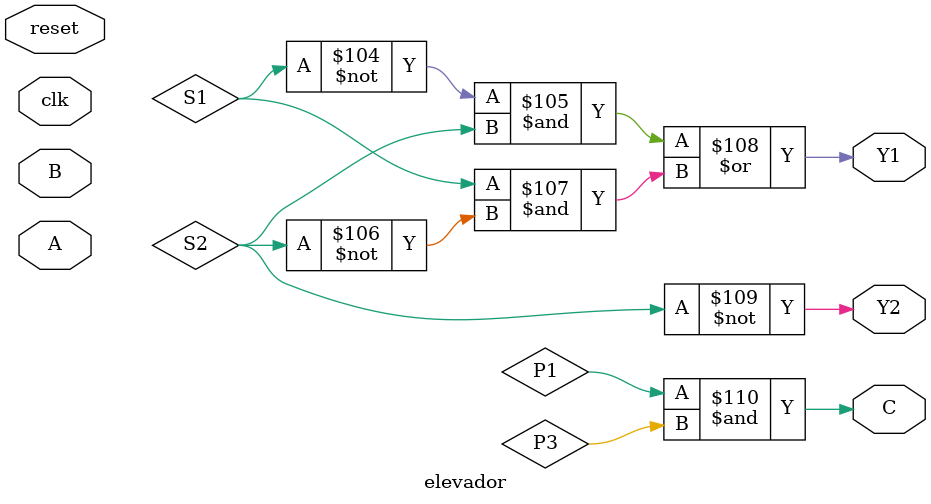
<source format=v>
module ffd (input clk, reset,D, output reg Q);

	always @ (posedge clk or posedge reset) 
	begin
		if (reset==1)
			Q<=1'b0;
		else
			Q<=D;
	end
endmodule
 
module elevador (input clk, reset, A, B, output wire Y1,Y2,C);
 
	wire S1,S2,S1_F,S2_F,P1,P1_F,P2,P2_F,P3,P3_F,P4,P4_F;
	
	
	
	ffd U1(clk,reset,S1,S1_F);
	ffd U2(clk,reset,S2,S2_F);
	
	ffd U3(clk,reset,P1,P1_F);
	ffd U4(clk,reset,P2,P2_F);
	ffd U5(clk,reset,P3,P3_F);
	ffd U6(clk,reset,P4,P4_F);
	
	assign S1_F =(S2 & A & ~B & ~P1)|(S2 & A & ~B & ~P4)|(S1 & P1 & P4)|(S1 & S2)|(S1 & ~B)|(S1 & A); 
	assign S2_F =(S1 & ~S2 & ~A & B & ~P1) | (S1 & ~S2 & ~A & B & ~P4) | (~S1 & A & B & ~P1) | (~S1 & A & B & ~P4) 
				| (~S2 & A & ~B & ~P1) | (~S2 & A & ~B & ~P4) | (S2 & P1 & P4) | (S2 & ~A & ~B) | (S1 & S2 & ~B);
	
	assign P1_F =(P2 & P3 & P4) | (P1 & ~P3);
	assign P2_F =(~P2 & P3 & P4) | (P2 & ~P3) | (P2 & ~P4);
	assign P3_F =(~P1 & P3 & ~P4) | (~P3 & P4);
	assign P4_F =(~P1 & P3 & ~P4) | (~P3 & ~P4);

	assign Y1 = (~S1 & S2) | (S1 & ~S2);
	assign Y2 = (~S2);
	assign C = (P1 & P3); 
	
endmodule
 

 

</source>
